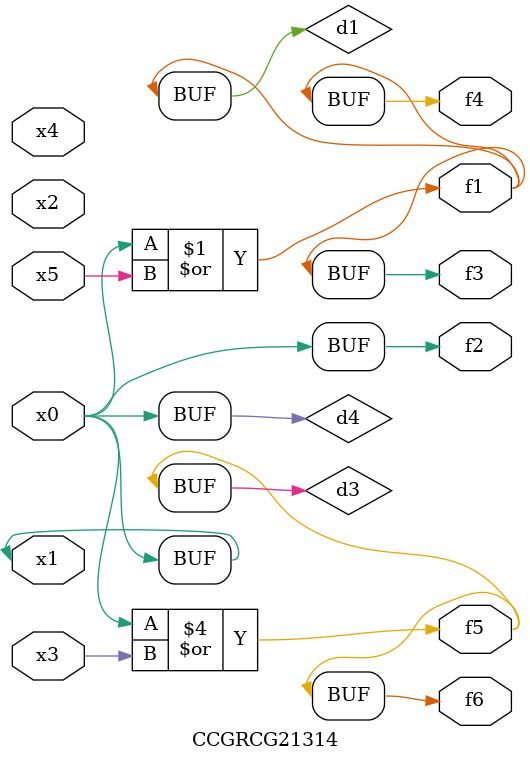
<source format=v>
module CCGRCG21314(
	input x0, x1, x2, x3, x4, x5,
	output f1, f2, f3, f4, f5, f6
);

	wire d1, d2, d3, d4;

	or (d1, x0, x5);
	xnor (d2, x1, x4);
	or (d3, x0, x3);
	buf (d4, x0, x1);
	assign f1 = d1;
	assign f2 = d4;
	assign f3 = d1;
	assign f4 = d1;
	assign f5 = d3;
	assign f6 = d3;
endmodule

</source>
